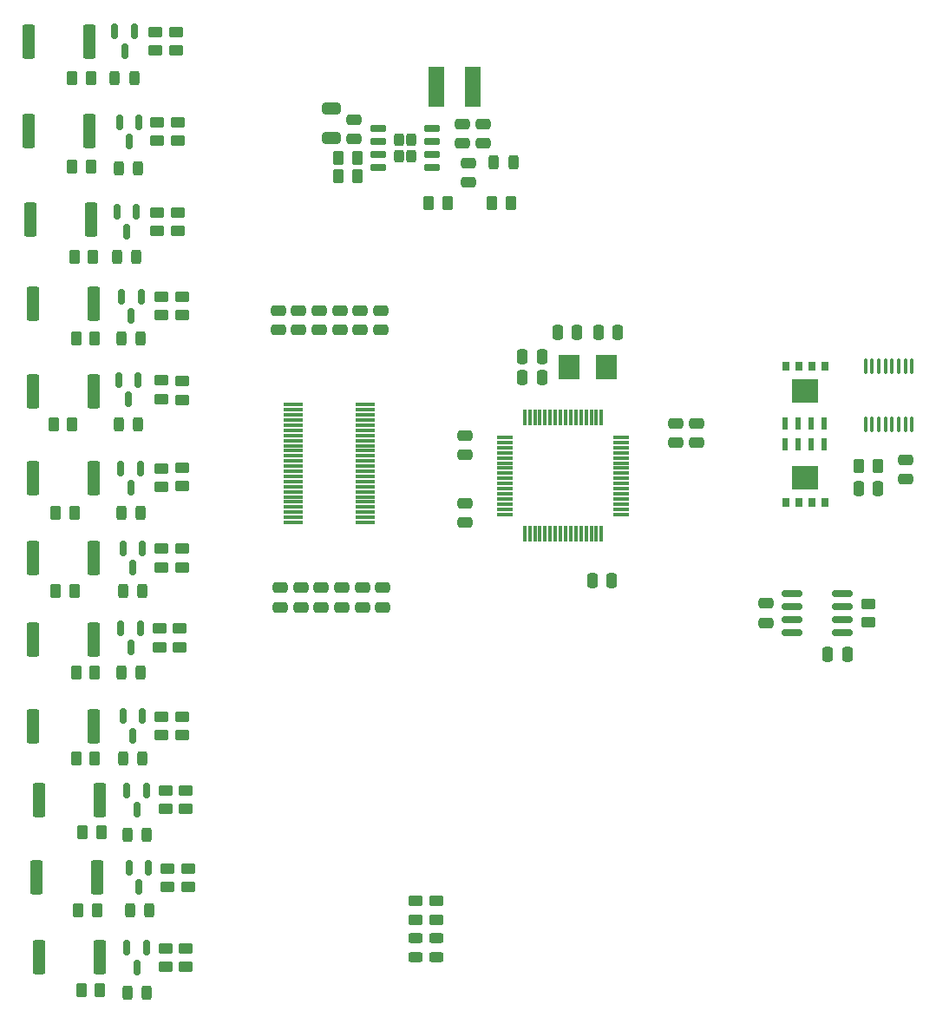
<source format=gbr>
%TF.GenerationSoftware,KiCad,Pcbnew,6.0.5*%
%TF.CreationDate,2022-07-05T14:34:21+02:00*%
%TF.ProjectId,Flux_BMS,466c7578-5f42-44d5-932e-6b696361645f,rev?*%
%TF.SameCoordinates,Original*%
%TF.FileFunction,Paste,Top*%
%TF.FilePolarity,Positive*%
%FSLAX46Y46*%
G04 Gerber Fmt 4.6, Leading zero omitted, Abs format (unit mm)*
G04 Created by KiCad (PCBNEW 6.0.5) date 2022-07-05 14:34:21*
%MOMM*%
%LPD*%
G01*
G04 APERTURE LIST*
G04 Aperture macros list*
%AMRoundRect*
0 Rectangle with rounded corners*
0 $1 Rounding radius*
0 $2 $3 $4 $5 $6 $7 $8 $9 X,Y pos of 4 corners*
0 Add a 4 corners polygon primitive as box body*
4,1,4,$2,$3,$4,$5,$6,$7,$8,$9,$2,$3,0*
0 Add four circle primitives for the rounded corners*
1,1,$1+$1,$2,$3*
1,1,$1+$1,$4,$5*
1,1,$1+$1,$6,$7*
1,1,$1+$1,$8,$9*
0 Add four rect primitives between the rounded corners*
20,1,$1+$1,$2,$3,$4,$5,0*
20,1,$1+$1,$4,$5,$6,$7,0*
20,1,$1+$1,$6,$7,$8,$9,0*
20,1,$1+$1,$8,$9,$2,$3,0*%
G04 Aperture macros list end*
%ADD10C,0.010000*%
%ADD11RoundRect,0.250000X-0.450000X0.262500X-0.450000X-0.262500X0.450000X-0.262500X0.450000X0.262500X0*%
%ADD12RoundRect,0.250000X-0.362500X-1.425000X0.362500X-1.425000X0.362500X1.425000X-0.362500X1.425000X0*%
%ADD13RoundRect,0.242500X-0.242500X-0.382500X0.242500X-0.382500X0.242500X0.382500X-0.242500X0.382500X0*%
%ADD14RoundRect,0.150000X-0.650000X-0.150000X0.650000X-0.150000X0.650000X0.150000X-0.650000X0.150000X0*%
%ADD15RoundRect,0.243750X0.456250X-0.243750X0.456250X0.243750X-0.456250X0.243750X-0.456250X-0.243750X0*%
%ADD16RoundRect,0.250000X0.650000X-0.325000X0.650000X0.325000X-0.650000X0.325000X-0.650000X-0.325000X0*%
%ADD17RoundRect,0.250000X-0.250000X-0.475000X0.250000X-0.475000X0.250000X0.475000X-0.250000X0.475000X0*%
%ADD18RoundRect,0.250000X-0.262500X-0.450000X0.262500X-0.450000X0.262500X0.450000X-0.262500X0.450000X0*%
%ADD19RoundRect,0.150000X-0.150000X0.587500X-0.150000X-0.587500X0.150000X-0.587500X0.150000X0.587500X0*%
%ADD20RoundRect,0.243750X-0.243750X-0.456250X0.243750X-0.456250X0.243750X0.456250X-0.243750X0.456250X0*%
%ADD21R,0.610000X1.270000*%
%ADD22RoundRect,0.250000X0.475000X-0.250000X0.475000X0.250000X-0.475000X0.250000X-0.475000X-0.250000X0*%
%ADD23RoundRect,0.150000X-0.825000X-0.150000X0.825000X-0.150000X0.825000X0.150000X-0.825000X0.150000X0*%
%ADD24RoundRect,0.250000X0.250000X0.475000X-0.250000X0.475000X-0.250000X-0.475000X0.250000X-0.475000X0*%
%ADD25RoundRect,0.250000X-0.475000X0.250000X-0.475000X-0.250000X0.475000X-0.250000X0.475000X0.250000X0*%
%ADD26RoundRect,0.250000X0.262500X0.450000X-0.262500X0.450000X-0.262500X-0.450000X0.262500X-0.450000X0*%
%ADD27RoundRect,0.250000X0.450000X-0.262500X0.450000X0.262500X-0.450000X0.262500X-0.450000X-0.262500X0*%
%ADD28RoundRect,0.100000X0.100000X-0.637500X0.100000X0.637500X-0.100000X0.637500X-0.100000X-0.637500X0*%
%ADD29R,2.000000X2.400000*%
%ADD30RoundRect,0.075000X-0.875000X-0.075000X0.875000X-0.075000X0.875000X0.075000X-0.875000X0.075000X0*%
%ADD31R,1.500000X4.000000*%
%ADD32RoundRect,0.075000X-0.075000X0.700000X-0.075000X-0.700000X0.075000X-0.700000X0.075000X0.700000X0*%
%ADD33RoundRect,0.075000X-0.700000X0.075000X-0.700000X-0.075000X0.700000X-0.075000X0.700000X0.075000X0*%
G04 APERTURE END LIST*
%TO.C,Q14*%
G36*
X159400000Y-87000000D02*
G01*
X158790000Y-87000000D01*
X158790000Y-86295000D01*
X159400000Y-86295000D01*
X159400000Y-87000000D01*
G37*
D10*
X159400000Y-87000000D02*
X158790000Y-87000000D01*
X158790000Y-86295000D01*
X159400000Y-86295000D01*
X159400000Y-87000000D01*
G36*
X163210000Y-87000000D02*
G01*
X162600000Y-87000000D01*
X162600000Y-86295000D01*
X163210000Y-86295000D01*
X163210000Y-87000000D01*
G37*
X163210000Y-87000000D02*
X162600000Y-87000000D01*
X162600000Y-86295000D01*
X163210000Y-86295000D01*
X163210000Y-87000000D01*
G36*
X162235000Y-90170000D02*
G01*
X159765000Y-90170000D01*
X159765000Y-87960000D01*
X162235000Y-87960000D01*
X162235000Y-90170000D01*
G37*
X162235000Y-90170000D02*
X159765000Y-90170000D01*
X159765000Y-87960000D01*
X162235000Y-87960000D01*
X162235000Y-90170000D01*
G36*
X161940000Y-87000000D02*
G01*
X161330000Y-87000000D01*
X161330000Y-86295000D01*
X161940000Y-86295000D01*
X161940000Y-87000000D01*
G37*
X161940000Y-87000000D02*
X161330000Y-87000000D01*
X161330000Y-86295000D01*
X161940000Y-86295000D01*
X161940000Y-87000000D01*
G36*
X160670000Y-87000000D02*
G01*
X160060000Y-87000000D01*
X160060000Y-86295000D01*
X160670000Y-86295000D01*
X160670000Y-87000000D01*
G37*
X160670000Y-87000000D02*
X160060000Y-87000000D01*
X160060000Y-86295000D01*
X160670000Y-86295000D01*
X160670000Y-87000000D01*
%TO.C,Q13*%
G36*
X160670000Y-100305000D02*
G01*
X160060000Y-100305000D01*
X160060000Y-99600000D01*
X160670000Y-99600000D01*
X160670000Y-100305000D01*
G37*
X160670000Y-100305000D02*
X160060000Y-100305000D01*
X160060000Y-99600000D01*
X160670000Y-99600000D01*
X160670000Y-100305000D01*
G36*
X161940000Y-100305000D02*
G01*
X161330000Y-100305000D01*
X161330000Y-99600000D01*
X161940000Y-99600000D01*
X161940000Y-100305000D01*
G37*
X161940000Y-100305000D02*
X161330000Y-100305000D01*
X161330000Y-99600000D01*
X161940000Y-99600000D01*
X161940000Y-100305000D01*
G36*
X162235000Y-98640000D02*
G01*
X159765000Y-98640000D01*
X159765000Y-96430000D01*
X162235000Y-96430000D01*
X162235000Y-98640000D01*
G37*
X162235000Y-98640000D02*
X159765000Y-98640000D01*
X159765000Y-96430000D01*
X162235000Y-96430000D01*
X162235000Y-98640000D01*
G36*
X159400000Y-100305000D02*
G01*
X158790000Y-100305000D01*
X158790000Y-99600000D01*
X159400000Y-99600000D01*
X159400000Y-100305000D01*
G37*
X159400000Y-100305000D02*
X158790000Y-100305000D01*
X158790000Y-99600000D01*
X159400000Y-99600000D01*
X159400000Y-100305000D01*
G36*
X163210000Y-100305000D02*
G01*
X162600000Y-100305000D01*
X162600000Y-99600000D01*
X163210000Y-99600000D01*
X163210000Y-100305000D01*
G37*
X163210000Y-100305000D02*
X162600000Y-100305000D01*
X162600000Y-99600000D01*
X163210000Y-99600000D01*
X163210000Y-100305000D01*
%TD*%
D11*
%TO.C,R20*%
X99600000Y-54087500D03*
X99600000Y-55912500D03*
%TD*%
D12*
%TO.C,R3*%
X85437500Y-72400000D03*
X91362500Y-72400000D03*
%TD*%
D13*
%TO.C,U7*%
X122600000Y-66175000D03*
X122600000Y-64625000D03*
X121400000Y-66175000D03*
X121400000Y-64625000D03*
D14*
X119350000Y-63495000D03*
X119350000Y-64765000D03*
X119350000Y-66035000D03*
X119350000Y-67305000D03*
X124650000Y-67305000D03*
X124650000Y-66035000D03*
X124650000Y-64765000D03*
X124650000Y-63495000D03*
%TD*%
D15*
%TO.C,D2*%
X125000000Y-144337500D03*
X125000000Y-142462500D03*
%TD*%
D16*
%TO.C,C33*%
X114800000Y-64475000D03*
X114800000Y-61525000D03*
%TD*%
D17*
%TO.C,C15*%
X136850000Y-83400000D03*
X138750000Y-83400000D03*
%TD*%
D18*
%TO.C,R42*%
X89887500Y-84000000D03*
X91712500Y-84000000D03*
%TD*%
D11*
%TO.C,R35*%
X100200000Y-120887500D03*
X100200000Y-122712500D03*
%TD*%
D18*
%TO.C,R51*%
X89487500Y-67200000D03*
X91312500Y-67200000D03*
%TD*%
D11*
%TO.C,R2*%
X99800000Y-71687500D03*
X99800000Y-73512500D03*
%TD*%
%TO.C,R32*%
X99800000Y-62887500D03*
X99800000Y-64712500D03*
%TD*%
%TO.C,R14*%
X100200000Y-104487500D03*
X100200000Y-106312500D03*
%TD*%
D12*
%TO.C,R33*%
X85237500Y-63800000D03*
X91162500Y-63800000D03*
%TD*%
D19*
%TO.C,Q7*%
X95550000Y-54062500D03*
X93650000Y-54062500D03*
X94600000Y-55937500D03*
%TD*%
D20*
%TO.C,D3*%
X93862500Y-76000000D03*
X95737500Y-76000000D03*
%TD*%
D21*
%TO.C,Q14*%
X159095000Y-92270000D03*
X160365000Y-92270000D03*
X161635000Y-92270000D03*
X162905000Y-92270000D03*
%TD*%
D22*
%TO.C,C4*%
X119600000Y-83150000D03*
X119600000Y-81250000D03*
%TD*%
D17*
%TO.C,C24*%
X163250000Y-114800000D03*
X165150000Y-114800000D03*
%TD*%
D19*
%TO.C,Q12*%
X96350000Y-120862500D03*
X94450000Y-120862500D03*
X95400000Y-122737500D03*
%TD*%
D23*
%TO.C,U4*%
X159725000Y-108895000D03*
X159725000Y-110165000D03*
X159725000Y-111435000D03*
X159725000Y-112705000D03*
X164675000Y-112705000D03*
X164675000Y-111435000D03*
X164675000Y-110165000D03*
X164675000Y-108895000D03*
%TD*%
D19*
%TO.C,Q5*%
X96350000Y-104462500D03*
X94450000Y-104462500D03*
X95400000Y-106337500D03*
%TD*%
D12*
%TO.C,R9*%
X85637500Y-89200000D03*
X91562500Y-89200000D03*
%TD*%
D17*
%TO.C,C20*%
X133450000Y-87800000D03*
X135350000Y-87800000D03*
%TD*%
D24*
%TO.C,C13*%
X142750000Y-83400000D03*
X140850000Y-83400000D03*
%TD*%
D12*
%TO.C,R27*%
X86037500Y-136600000D03*
X91962500Y-136600000D03*
%TD*%
D20*
%TO.C,D15*%
X130662500Y-66800000D03*
X132537500Y-66800000D03*
%TD*%
D17*
%TO.C,C22*%
X166250000Y-98600000D03*
X168150000Y-98600000D03*
%TD*%
D25*
%TO.C,C35*%
X128200000Y-66850000D03*
X128200000Y-68750000D03*
%TD*%
D11*
%TO.C,R8*%
X100200000Y-88175000D03*
X100200000Y-90000000D03*
%TD*%
D15*
%TO.C,D1*%
X123000000Y-144337500D03*
X123000000Y-142462500D03*
%TD*%
D11*
%TO.C,R5*%
X100200000Y-79887500D03*
X100200000Y-81712500D03*
%TD*%
D12*
%TO.C,R15*%
X85637500Y-105400000D03*
X91562500Y-105400000D03*
%TD*%
D18*
%TO.C,R41*%
X89687500Y-76000000D03*
X91512500Y-76000000D03*
%TD*%
%TO.C,R49*%
X90087500Y-139800000D03*
X91912500Y-139800000D03*
%TD*%
D12*
%TO.C,R30*%
X86237500Y-144400000D03*
X92162500Y-144400000D03*
%TD*%
D26*
%TO.C,R58*%
X126112500Y-70800000D03*
X124287500Y-70800000D03*
%TD*%
D12*
%TO.C,R18*%
X85637500Y-113400000D03*
X91562500Y-113400000D03*
%TD*%
D19*
%TO.C,Q11*%
X96012500Y-62912500D03*
X94112500Y-62912500D03*
X95062500Y-64787500D03*
%TD*%
D25*
%TO.C,C9*%
X109800000Y-108300000D03*
X109800000Y-110200000D03*
%TD*%
%TO.C,C8*%
X111800000Y-108300000D03*
X111800000Y-110200000D03*
%TD*%
D27*
%TO.C,R19*%
X97600000Y-55912500D03*
X97600000Y-54087500D03*
%TD*%
D20*
%TO.C,D10*%
X94862500Y-132400000D03*
X96737500Y-132400000D03*
%TD*%
D18*
%TO.C,R55*%
X115487500Y-66400000D03*
X117312500Y-66400000D03*
%TD*%
D25*
%TO.C,C5*%
X117800000Y-108300000D03*
X117800000Y-110200000D03*
%TD*%
D20*
%TO.C,D12*%
X94862500Y-147800000D03*
X96737500Y-147800000D03*
%TD*%
D28*
%TO.C,U3*%
X166925000Y-92392500D03*
X167575000Y-92392500D03*
X168225000Y-92392500D03*
X168875000Y-92392500D03*
X169525000Y-92392500D03*
X170175000Y-92392500D03*
X170825000Y-92392500D03*
X171475000Y-92392500D03*
X171475000Y-86667500D03*
X170825000Y-86667500D03*
X170175000Y-86667500D03*
X169525000Y-86667500D03*
X168875000Y-86667500D03*
X168225000Y-86667500D03*
X167575000Y-86667500D03*
X166925000Y-86667500D03*
%TD*%
D20*
%TO.C,D13*%
X94062500Y-67400000D03*
X95937500Y-67400000D03*
%TD*%
D27*
%TO.C,R16*%
X98000000Y-114112500D03*
X98000000Y-112287500D03*
%TD*%
D22*
%TO.C,C7*%
X109600000Y-83150000D03*
X109600000Y-81250000D03*
%TD*%
D11*
%TO.C,R40*%
X167200000Y-109887500D03*
X167200000Y-111712500D03*
%TD*%
D19*
%TO.C,Q4*%
X96150000Y-96662500D03*
X94250000Y-96662500D03*
X95200000Y-98537500D03*
%TD*%
%TO.C,Q3*%
X95950000Y-88062500D03*
X94050000Y-88062500D03*
X95000000Y-89937500D03*
%TD*%
D11*
%TO.C,R17*%
X100000000Y-112287500D03*
X100000000Y-114112500D03*
%TD*%
D27*
%TO.C,R13*%
X98200000Y-106312500D03*
X98200000Y-104487500D03*
%TD*%
D19*
%TO.C,Q6*%
X96150000Y-112262500D03*
X94250000Y-112262500D03*
X95200000Y-114137500D03*
%TD*%
D29*
%TO.C,X1*%
X137950000Y-86800000D03*
X141650000Y-86800000D03*
%TD*%
D27*
%TO.C,R10*%
X98200000Y-98512500D03*
X98200000Y-96687500D03*
%TD*%
D20*
%TO.C,D6*%
X94262500Y-101000000D03*
X96137500Y-101000000D03*
%TD*%
D18*
%TO.C,R45*%
X87887500Y-108600000D03*
X89712500Y-108600000D03*
%TD*%
D20*
%TO.C,D11*%
X95125000Y-139800000D03*
X97000000Y-139800000D03*
%TD*%
D22*
%TO.C,C34*%
X117000000Y-64550000D03*
X117000000Y-62650000D03*
%TD*%
D25*
%TO.C,C12*%
X113800000Y-108300000D03*
X113800000Y-110200000D03*
%TD*%
D26*
%TO.C,R57*%
X132312500Y-70800000D03*
X130487500Y-70800000D03*
%TD*%
D22*
%TO.C,C16*%
X127800000Y-95350000D03*
X127800000Y-93450000D03*
%TD*%
D18*
%TO.C,R43*%
X87687500Y-92400000D03*
X89512500Y-92400000D03*
%TD*%
D19*
%TO.C,Q10*%
X96750000Y-143462500D03*
X94850000Y-143462500D03*
X95800000Y-145337500D03*
%TD*%
D11*
%TO.C,R11*%
X100200000Y-96600000D03*
X100200000Y-98425000D03*
%TD*%
D12*
%TO.C,R21*%
X85237500Y-55000000D03*
X91162500Y-55000000D03*
%TD*%
D27*
%TO.C,R34*%
X98200000Y-122712500D03*
X98200000Y-120887500D03*
%TD*%
D22*
%TO.C,C36*%
X127600000Y-64950000D03*
X127600000Y-63050000D03*
%TD*%
D12*
%TO.C,R24*%
X86237500Y-129000000D03*
X92162500Y-129000000D03*
%TD*%
D21*
%TO.C,Q13*%
X162905000Y-94330000D03*
X161635000Y-94330000D03*
X160365000Y-94330000D03*
X159095000Y-94330000D03*
%TD*%
D12*
%TO.C,R36*%
X85637500Y-121800000D03*
X91562500Y-121800000D03*
%TD*%
D30*
%TO.C,U1*%
X111100000Y-90450000D03*
X111100000Y-90950000D03*
X111100000Y-91450000D03*
X111100000Y-91950000D03*
X111100000Y-92450000D03*
X111100000Y-92950000D03*
X111100000Y-93450000D03*
X111100000Y-93950000D03*
X111100000Y-94450000D03*
X111100000Y-94950000D03*
X111100000Y-95450000D03*
X111100000Y-95950000D03*
X111100000Y-96450000D03*
X111100000Y-96950000D03*
X111100000Y-97450000D03*
X111100000Y-97950000D03*
X111100000Y-98450000D03*
X111100000Y-98950000D03*
X111100000Y-99450000D03*
X111100000Y-99950000D03*
X111100000Y-100450000D03*
X111100000Y-100950000D03*
X111100000Y-101450000D03*
X111100000Y-101950000D03*
X118100000Y-101950000D03*
X118100000Y-101450000D03*
X118100000Y-100950000D03*
X118100000Y-100450000D03*
X118100000Y-99950000D03*
X118100000Y-99450000D03*
X118100000Y-98950000D03*
X118100000Y-98450000D03*
X118100000Y-97950000D03*
X118100000Y-97450000D03*
X118100000Y-96950000D03*
X118100000Y-96450000D03*
X118100000Y-95950000D03*
X118100000Y-95450000D03*
X118100000Y-94950000D03*
X118100000Y-94450000D03*
X118100000Y-93950000D03*
X118100000Y-93450000D03*
X118100000Y-92950000D03*
X118100000Y-92450000D03*
X118100000Y-91950000D03*
X118100000Y-91450000D03*
X118100000Y-90950000D03*
X118100000Y-90450000D03*
%TD*%
D17*
%TO.C,C21*%
X133450000Y-85800000D03*
X135350000Y-85800000D03*
%TD*%
D11*
%TO.C,R38*%
X125000000Y-138887500D03*
X125000000Y-140712500D03*
%TD*%
D20*
%TO.C,D5*%
X94062500Y-92400000D03*
X95937500Y-92400000D03*
%TD*%
D27*
%TO.C,R25*%
X98800000Y-137512500D03*
X98800000Y-135687500D03*
%TD*%
D31*
%TO.C,L2*%
X125000000Y-59400000D03*
X128600000Y-59400000D03*
%TD*%
D18*
%TO.C,R48*%
X90487500Y-132200000D03*
X92312500Y-132200000D03*
%TD*%
D22*
%TO.C,C10*%
X119800000Y-110200000D03*
X119800000Y-108300000D03*
%TD*%
D32*
%TO.C,U2*%
X141150000Y-91725000D03*
X140650000Y-91725000D03*
X140150000Y-91725000D03*
X139650000Y-91725000D03*
X139150000Y-91725000D03*
X138650000Y-91725000D03*
X138150000Y-91725000D03*
X137650000Y-91725000D03*
X137150000Y-91725000D03*
X136650000Y-91725000D03*
X136150000Y-91725000D03*
X135650000Y-91725000D03*
X135150000Y-91725000D03*
X134650000Y-91725000D03*
X134150000Y-91725000D03*
X133650000Y-91725000D03*
D33*
X131725000Y-93650000D03*
X131725000Y-94150000D03*
X131725000Y-94650000D03*
X131725000Y-95150000D03*
X131725000Y-95650000D03*
X131725000Y-96150000D03*
X131725000Y-96650000D03*
X131725000Y-97150000D03*
X131725000Y-97650000D03*
X131725000Y-98150000D03*
X131725000Y-98650000D03*
X131725000Y-99150000D03*
X131725000Y-99650000D03*
X131725000Y-100150000D03*
X131725000Y-100650000D03*
X131725000Y-101150000D03*
D32*
X133650000Y-103075000D03*
X134150000Y-103075000D03*
X134650000Y-103075000D03*
X135150000Y-103075000D03*
X135650000Y-103075000D03*
X136150000Y-103075000D03*
X136650000Y-103075000D03*
X137150000Y-103075000D03*
X137650000Y-103075000D03*
X138150000Y-103075000D03*
X138650000Y-103075000D03*
X139150000Y-103075000D03*
X139650000Y-103075000D03*
X140150000Y-103075000D03*
X140650000Y-103075000D03*
X141150000Y-103075000D03*
D33*
X143075000Y-101150000D03*
X143075000Y-100650000D03*
X143075000Y-100150000D03*
X143075000Y-99650000D03*
X143075000Y-99150000D03*
X143075000Y-98650000D03*
X143075000Y-98150000D03*
X143075000Y-97650000D03*
X143075000Y-97150000D03*
X143075000Y-96650000D03*
X143075000Y-96150000D03*
X143075000Y-95650000D03*
X143075000Y-95150000D03*
X143075000Y-94650000D03*
X143075000Y-94150000D03*
X143075000Y-93650000D03*
%TD*%
D22*
%TO.C,C17*%
X127800000Y-101950000D03*
X127800000Y-100050000D03*
%TD*%
D11*
%TO.C,R23*%
X100600000Y-128087500D03*
X100600000Y-129912500D03*
%TD*%
D18*
%TO.C,R56*%
X115487500Y-68200000D03*
X117312500Y-68200000D03*
%TD*%
D20*
%TO.C,D9*%
X93662500Y-58600000D03*
X95537500Y-58600000D03*
%TD*%
D27*
%TO.C,R28*%
X98600000Y-145312500D03*
X98600000Y-143487500D03*
%TD*%
%TO.C,R22*%
X98600000Y-129912500D03*
X98600000Y-128087500D03*
%TD*%
D18*
%TO.C,R52*%
X89887500Y-125000000D03*
X91712500Y-125000000D03*
%TD*%
%TO.C,R47*%
X89487500Y-58600000D03*
X91312500Y-58600000D03*
%TD*%
D25*
%TO.C,C14*%
X148400000Y-92250000D03*
X148400000Y-94150000D03*
%TD*%
D27*
%TO.C,R4*%
X98200000Y-81712500D03*
X98200000Y-79887500D03*
%TD*%
D19*
%TO.C,Q9*%
X96950000Y-135662500D03*
X95050000Y-135662500D03*
X96000000Y-137537500D03*
%TD*%
D11*
%TO.C,R37*%
X123000000Y-138887500D03*
X123000000Y-140712500D03*
%TD*%
D27*
%TO.C,R1*%
X97800000Y-73512500D03*
X97800000Y-71687500D03*
%TD*%
D18*
%TO.C,R39*%
X166287500Y-96400000D03*
X168112500Y-96400000D03*
%TD*%
%TO.C,R46*%
X89887500Y-116600000D03*
X91712500Y-116600000D03*
%TD*%
D22*
%TO.C,C3*%
X117600000Y-83150000D03*
X117600000Y-81250000D03*
%TD*%
D19*
%TO.C,Q2*%
X96212500Y-79912500D03*
X94312500Y-79912500D03*
X95262500Y-81787500D03*
%TD*%
D20*
%TO.C,D8*%
X94325000Y-116600000D03*
X96200000Y-116600000D03*
%TD*%
D19*
%TO.C,Q8*%
X96750000Y-128062500D03*
X94850000Y-128062500D03*
X95800000Y-129937500D03*
%TD*%
D12*
%TO.C,R12*%
X85637500Y-97600000D03*
X91562500Y-97600000D03*
%TD*%
D22*
%TO.C,C1*%
X113600000Y-83150000D03*
X113600000Y-81250000D03*
%TD*%
D25*
%TO.C,C23*%
X170800000Y-95850000D03*
X170800000Y-97750000D03*
%TD*%
%TO.C,C6*%
X115800000Y-108300000D03*
X115800000Y-110200000D03*
%TD*%
D27*
%TO.C,R7*%
X98200000Y-89912500D03*
X98200000Y-88087500D03*
%TD*%
D22*
%TO.C,C25*%
X157200000Y-111750000D03*
X157200000Y-109850000D03*
%TD*%
D11*
%TO.C,R26*%
X100800000Y-135687500D03*
X100800000Y-137512500D03*
%TD*%
D20*
%TO.C,D7*%
X94462500Y-108600000D03*
X96337500Y-108600000D03*
%TD*%
D27*
%TO.C,R31*%
X97800000Y-64712500D03*
X97800000Y-62887500D03*
%TD*%
D18*
%TO.C,R44*%
X87887500Y-101000000D03*
X89712500Y-101000000D03*
%TD*%
D20*
%TO.C,D4*%
X94262500Y-84000000D03*
X96137500Y-84000000D03*
%TD*%
D19*
%TO.C,Q1*%
X95750000Y-71662500D03*
X93850000Y-71662500D03*
X94800000Y-73537500D03*
%TD*%
D24*
%TO.C,C18*%
X142150000Y-107600000D03*
X140250000Y-107600000D03*
%TD*%
D18*
%TO.C,R50*%
X90375000Y-147600000D03*
X92200000Y-147600000D03*
%TD*%
D22*
%TO.C,C2*%
X115600000Y-83150000D03*
X115600000Y-81250000D03*
%TD*%
D11*
%TO.C,R29*%
X100600000Y-143487500D03*
X100600000Y-145312500D03*
%TD*%
D25*
%TO.C,C19*%
X150400000Y-92250000D03*
X150400000Y-94150000D03*
%TD*%
D12*
%TO.C,R6*%
X85637500Y-80600000D03*
X91562500Y-80600000D03*
%TD*%
D25*
%TO.C,C37*%
X129600000Y-63050000D03*
X129600000Y-64950000D03*
%TD*%
D20*
%TO.C,D14*%
X94462500Y-125000000D03*
X96337500Y-125000000D03*
%TD*%
D22*
%TO.C,C11*%
X111600000Y-83150000D03*
X111600000Y-81250000D03*
%TD*%
M02*

</source>
